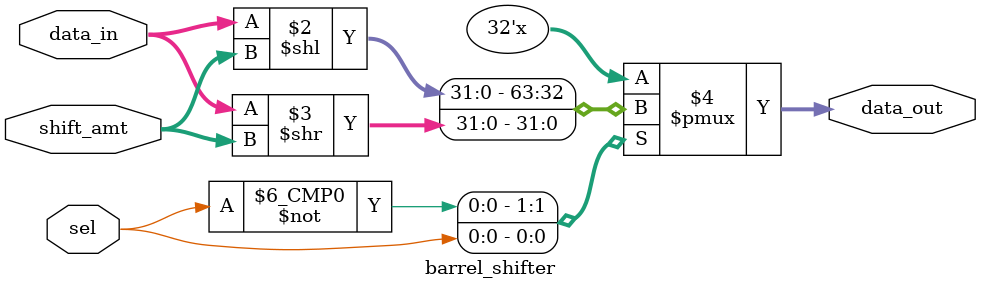
<source format=sv>
`timescale 1ns/1ps

module barrel_shifter (
    input  wire [31:0] data_in,   
    input  wire [4:0]  shift_amt,     // Shift amount (0-31)
    input  wire        sel,       // Select: 0=Left, 1=Right
    output reg  [31:0] data_out   
);

    always @(*) begin
        case (sel)
            1'b0: data_out = data_in << shift_amt;  // Left shift
            1'b1: data_out = data_in >> shift_amt;  // Right shift
            default: data_out = 32'h0000_0000;
        endcase
    end

endmodule

</source>
